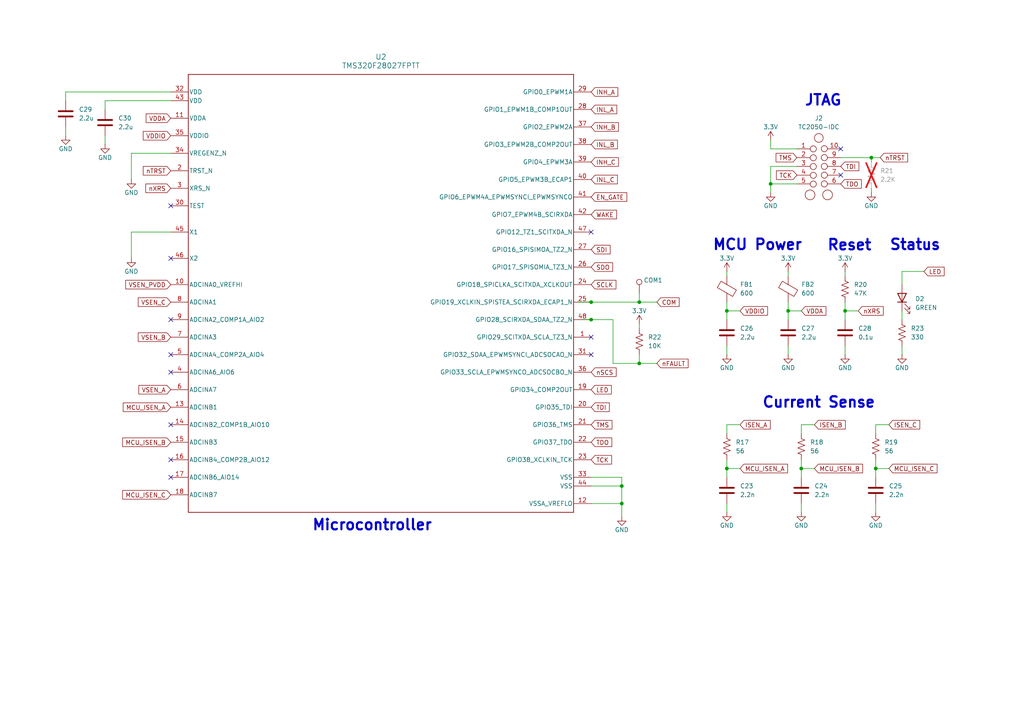
<source format=kicad_sch>
(kicad_sch (version 20231120) (generator "eeschema") (generator_version "8.0")
  (paper "A4")
  (title_block (title "Easy ESC") (date "2024-08-06") (rev "1.0") (company "Buckley Boards "))
  (lib_symbols
    (symbol "Connector:TestPoint" (pin_numbers hide) (pin_names (offset 0.762) hide)
      (property "Reference" "TP" (at 0 6.858 0))
      (property "Value" "TestPoint" (at 0 5.08 0))
      (symbol "TestPoint_0_1"
        (circle (center 0 3.302) (radius 0.762))
      )
      (symbol "TestPoint_1_1"
        (pin passive line (at 0 0 90) (length 2.54) (name "1") (number "1"))
      )
    )
    (symbol "Device:C" (pin_numbers hide) (pin_names (offset 0.254))
      (property "Reference" "C" (at 0.635 2.54 0))
      (property "Value" "C" (at 0.635 -2.54 0))
      (symbol "C_0_1"
        (polyline (pts (xy -2.032 -0.762) (xy 2.032 -0.762)) (stroke (width 0.508)))
        (polyline (pts (xy -2.032 0.762) (xy 2.032 0.762)) (stroke (width 0.508)))
      )
      (symbol "C_1_1"
        (pin passive line (at 0 3.81 270) (length 2.794) (name "~") (number "1"))
        (pin passive line (at 0 -3.81 90) (length 2.794) (name "~") (number "2"))
      )
    )
    (symbol "Device:FerriteBead" (pin_numbers hide) (pin_names (offset 0))
      (property "Reference" "FB" (at -3.81 0.635 90))
      (property "Value" "FerriteBead" (at 3.81 0 90))
      (symbol "FerriteBead_0_1"
        (polyline (pts (xy 0 -1.27) (xy 0 -1.2192)))
        (polyline (pts (xy 0 1.27) (xy 0 1.2954)))
        (polyline (pts (xy -2.7686 0.4064) (xy -1.7018 2.2606) (xy 2.7686 -0.3048) (xy 1.6764 -2.159) (xy -2.7686 0.4064)))
      )
      (symbol "FerriteBead_1_1"
        (pin passive line (at 0 3.81 270) (length 2.54) (name "~") (number "1"))
        (pin passive line (at 0 -3.81 90) (length 2.54) (name "~") (number "2"))
      )
    )
    (symbol "Device:LED" (pin_numbers hide) (pin_names (offset 1.016) hide)
      (property "Reference" "D" (at 0 2.54 0))
      (property "Value" "LED" (at 0 -2.54 0))
      (symbol "LED_0_1"
        (polyline (pts (xy -1.27 -1.27) (xy -1.27 1.27)) (stroke (width 0.254)))
        (polyline (pts (xy -1.27 0) (xy 1.27 0)))
        (polyline (pts (xy 1.27 -1.27) (xy 1.27 1.27) (xy -1.27 0) (xy 1.27 -1.27)) (stroke (width 0.254)))
        (polyline (pts (xy -3.048 -0.762) (xy -4.572 -2.286) (xy -3.81 -2.286) (xy -4.572 -2.286) (xy -4.572 -1.524)))
        (polyline (pts (xy -1.778 -0.762) (xy -3.302 -2.286) (xy -2.54 -2.286) (xy -3.302 -2.286) (xy -3.302 -1.524)))
      )
      (symbol "LED_1_1"
        (pin passive line (at -3.81 0 0) (length 2.54) (name "K") (number "1"))
        (pin passive line (at 3.81 0 180) (length 2.54) (name "A") (number "2"))
      )
    )
    (symbol "Device:R_US" (pin_numbers hide) (pin_names (offset 0))
      (property "Reference" "R" (at 2.54 0 90))
      (property "Value" "R_US" (at -2.54 0 90))
      (symbol "R_US_0_1"
        (polyline (pts (xy 0 -2.286) (xy 0 -2.54)))
        (polyline (pts (xy 0 2.286) (xy 0 2.54)))
        (polyline (pts (xy 0 -0.762) (xy 1.016 -1.143) (xy 0 -1.524) (xy -1.016 -1.905) (xy 0 -2.286)))
        (polyline (pts (xy 0 0.762) (xy 1.016 0.381) (xy 0 0) (xy -1.016 -0.381) (xy 0 -0.762)))
        (polyline (pts (xy 0 2.286) (xy 1.016 1.905) (xy 0 1.524) (xy -1.016 1.143) (xy 0 0.762)))
      )
      (symbol "R_US_1_1"
        (pin passive line (at 0 3.81 270) (length 1.27) (name "~") (number "1"))
        (pin passive line (at 0 -3.81 90) (length 1.27) (name "~") (number "2"))
      )
    )
    (symbol "EasyBLDC:TC2050-IDC" (pin_names (offset 1.016) hide)
      (property "Reference" "J" (at 0 -11.43 0))
      (property "Value" "TC2050-IDC" (at 0.635 -13.97 0))
      (symbol "TC2050-IDC_0_1"
        (circle (center -2.54 -8.255) (radius 1.4224))
        (circle (center -1.6002 5.08) (radius 0.889))
        (circle (center 0 8.255) (radius 1.27))
      )
      (symbol "TC2050-IDC_1_1"
        (circle (center -1.6002 -5.1308) (radius 0.889))
        (circle (center -1.6002 -2.5908) (radius 0.889))
        (circle (center -1.6002 -0.0508) (radius 0.889))
        (circle (center -1.6002 2.4892) (radius 0.889))
        (circle (center 1.6002 -5.08) (radius 0.889))
        (circle (center 1.6002 -2.54) (radius 0.889))
        (circle (center 1.6002 0) (radius 0.889))
        (circle (center 1.6002 2.54) (radius 0.889))
        (circle (center 1.6002 5.1308) (radius 0.889))
        (circle (center 2.54 -8.255) (radius 1.4224))
        (pin passive line (at -6.35 5.08 0) (length 3.81) (name "Pin_1") (number "1"))
        (pin passive line (at 6.35 5.08 180) (length 3.81) (name "Pin_10") (number "10"))
        (pin passive line (at -6.35 2.54 0) (length 3.81) (name "Pin_2") (number "2"))
        (pin passive line (at -6.35 0 0) (length 3.81) (name "Pin_3") (number "3"))
        (pin passive line (at -6.35 -2.54 0) (length 3.81) (name "Pin_4") (number "4"))
        (pin passive line (at -6.35 -5.08 0) (length 3.81) (name "Pin_5") (number "5"))
        (pin passive line (at 6.35 -5.08 180) (length 3.81) (name "Pin_6") (number "6"))
        (pin passive line (at 6.35 -2.54 180) (length 3.81) (name "Pin_7") (number "7"))
        (pin passive line (at 6.35 0 180) (length 3.81) (name "Pin_8") (number "8"))
        (pin passive line (at 6.35 2.54 180) (length 3.81) (name "Pin_9") (number "9"))
      )
    )
    (symbol "EasyBLDC:TMS320F28027FPTT" (pin_names (offset 0.254))
      (property "Reference" "U" (at 0 2.54 0))
      (property "Value" "TMS320F28027FPTT" (at 0 0 0))
      (symbol "TMS320F28027FPTT_0_1"
        (polyline (pts (xy -55.88 -63.5) (xy 55.88 -63.5)) (stroke (width 0.2032)))
        (polyline (pts (xy -55.88 63.5) (xy -55.88 -63.5)) (stroke (width 0.2032)))
        (polyline (pts (xy 55.88 -63.5) (xy 55.88 63.5)) (stroke (width 0.2032)))
        (polyline (pts (xy 55.88 63.5) (xy -55.88 63.5)) (stroke (width 0.2032)))
        (pin bidirectional line (at 60.96 -12.7 180) (length 5.08) (name "GPIO29_SCITXDA_SCLA_TZ3_N") (number "1"))
        (pin bidirectional line (at -60.96 2.54 0) (length 5.08) (name "ADCINA0_VREFHI") (number "10"))
        (pin power_in line (at -60.96 50.8 0) (length 5.08) (name "VDDA") (number "11"))
        (pin power_in line (at 60.96 -60.96 180) (length 5.08) (name "VSSA_VREFLO") (number "12"))
        (pin bidirectional line (at -60.96 -33.02 0) (length 5.08) (name "ADCINB1") (number "13"))
        (pin bidirectional line (at -60.96 -38.1 0) (length 5.08) (name "ADCINB2_COMP1B_AIO10") (number "14"))
        (pin bidirectional line (at -60.96 -43.18 0) (length 5.08) (name "ADCINB3") (number "15"))
        (pin bidirectional line (at -60.96 -48.26 0) (length 5.08) (name "ADCINB4_COMP2B_AIO12") (number "16"))
        (pin bidirectional line (at -60.96 -53.34 0) (length 5.08) (name "ADCINB6_AIO14") (number "17"))
        (pin bidirectional line (at -60.96 -58.42 0) (length 5.08) (name "ADCINB7") (number "18"))
        (pin bidirectional line (at 60.96 -27.94 180) (length 5.08) (name "GPIO34_COMP2OUT") (number "19"))
        (pin input line (at -60.96 35.56 0) (length 5.08) (name "TRST_N") (number "2"))
        (pin bidirectional line (at 60.96 -33.02 180) (length 5.08) (name "GPIO35_TDI") (number "20"))
        (pin bidirectional line (at 60.96 -38.1 180) (length 5.08) (name "GPIO36_TMS") (number "21"))
        (pin bidirectional line (at 60.96 -43.18 180) (length 5.08) (name "GPIO37_TDO") (number "22"))
        (pin bidirectional line (at 60.96 -48.26 180) (length 5.08) (name "GPIO38_XCLKIN_TCK") (number "23"))
        (pin bidirectional line (at 60.96 2.54 180) (length 5.08) (name "GPIO18_SPICLKA_SCITXDA_XCLKOUT") (number "24"))
        (pin bidirectional line (at 60.96 -2.54 180) (length 5.08) (name "GPIO19_XCLKIN_SPISTEA_SCIRXDA_ECAP1_N") (number "25"))
        (pin bidirectional line (at 60.96 7.62 180) (length 5.08) (name "GPIO17_SPISOMIA_TZ3_N") (number "26"))
        (pin bidirectional line (at 60.96 12.7 180) (length 5.08) (name "GPIO16_SPISIMOA_TZ2_N") (number "27"))
        (pin bidirectional line (at 60.96 53.34 180) (length 5.08) (name "GPIO1_EPWM1B_COMP1OUT") (number "28"))
        (pin bidirectional line (at 60.96 58.42 180) (length 5.08) (name "GPIO0_EPWM1A") (number "29"))
        (pin bidirectional line (at -60.96 30.48 0) (length 5.08) (name "XRS_N") (number "3"))
        (pin input line (at -60.96 25.4 0) (length 5.08) (name "TEST") (number "30"))
        (pin bidirectional line (at 60.96 -17.78 180) (length 5.08) (name "GPIO32_SDAA_EPWMSYNCI_ADCSOCAO_N") (number "31"))
        (pin power_in line (at -60.96 58.42 0) (length 5.08) (name "VDD") (number "32"))
        (pin power_in line (at 60.96 -53.34 180) (length 5.08) (name "VSS") (number "33"))
        (pin input line (at -60.96 40.64 0) (length 5.08) (name "VREGENZ_N") (number "34"))
        (pin power_in line (at -60.96 45.72 0) (length 5.08) (name "VDDIO") (number "35"))
        (pin bidirectional line (at 60.96 -22.86 180) (length 5.08) (name "GPIO33_SCLA_EPWMSYNCO_ADCSOCBO_N") (number "36"))
        (pin bidirectional line (at 60.96 48.26 180) (length 5.08) (name "GPIO2_EPWM2A") (number "37"))
        (pin bidirectional line (at 60.96 43.18 180) (length 5.08) (name "GPIO3_EPWM2B_COMP2OUT") (number "38"))
        (pin bidirectional line (at 60.96 38.1 180) (length 5.08) (name "GPIO4_EPWM3A") (number "39"))
        (pin bidirectional line (at -60.96 -22.86 0) (length 5.08) (name "ADCINA6_AIO6") (number "4"))
        (pin bidirectional line (at 60.96 33.02 180) (length 5.08) (name "GPIO5_EPWM3B_ECAP1") (number "40"))
        (pin bidirectional line (at 60.96 27.94 180) (length 5.08) (name "GPIO6_EPWM4A_EPWMSYNCI_EPWMSYNCO") (number "41"))
        (pin bidirectional line (at 60.96 22.86 180) (length 5.08) (name "GPIO7_EPWM4B_SCIRXDA") (number "42"))
        (pin power_in line (at -60.96 55.88 0) (length 5.08) (name "VDD") (number "43"))
        (pin power_in line (at 60.96 -55.88 180) (length 5.08) (name "VSS") (number "44"))
        (pin unspecified line (at -60.96 17.78 0) (length 5.08) (name "X1") (number "45"))
        (pin unspecified line (at -60.96 10.16 0) (length 5.08) (name "X2") (number "46"))
        (pin bidirectional line (at 60.96 17.78 180) (length 5.08) (name "GPIO12_TZ1_SCITXDA_N") (number "47"))
        (pin bidirectional line (at 60.96 -7.62 180) (length 5.08) (name "GPIO28_SCIRXDA_SDAA_TZ2_N") (number "48"))
        (pin bidirectional line (at -60.96 -17.78 0) (length 5.08) (name "ADCINA4_COMP2A_AIO4") (number "5"))
        (pin bidirectional line (at -60.96 -27.94 0) (length 5.08) (name "ADCINA7") (number "6"))
        (pin bidirectional line (at -60.96 -12.7 0) (length 5.08) (name "ADCINA3") (number "7"))
        (pin bidirectional line (at -60.96 -2.54 0) (length 5.08) (name "ADCINA1") (number "8"))
        (pin bidirectional line (at -60.96 -7.62 0) (length 5.08) (name "ADCINA2_COMP1A_AIO2") (number "9"))
      )
    )
    (symbol "power:GND" (power) (pin_numbers hide) (pin_names (offset 0) hide)
      (property "Value" "GND" (at 0 -3.81 0))
      (symbol "GND_0_1"
        (polyline (pts (xy 0 0) (xy 0 -1.27) (xy 1.27 -1.27) (xy 0 -2.54) (xy -1.27 -1.27) (xy 0 -1.27)))
      )
      (symbol "GND_1_1"
        (pin power_in line (at 0 0 270) (length 0) (name "~") (number "1"))
      )
    )
    (symbol "power:VDC" (power) (pin_numbers hide) (pin_names (offset 0) hide)
      (property "Value" "VDC" (at 0 3.556 0))
      (symbol "VDC_0_1"
        (polyline (pts (xy -0.762 1.27) (xy 0 2.54)))
        (polyline (pts (xy 0 0) (xy 0 2.54)))
        (polyline (pts (xy 0 2.54) (xy 0.762 1.27)))
      )
      (symbol "VDC_1_1"
        (pin power_in line (at 0 0 90) (length 0) (name "~") (number "1"))
      )
    )
  )
  (junction (at 171.45 92.71))
  (junction (at 254 135.89))
  (junction (at 185.42 87.63))
  (junction (at 223.52 53.34))
  (junction (at 210.82 90.17))
  (junction (at 185.42 105.41))
  (junction (at 171.45 87.63))
  (junction (at 252.73 45.72))
  (junction (at 245.11 90.17))
  (junction (at 228.6 90.17))
  (junction (at 232.41 135.89))
  (junction (at 180.34 146.05))
  (junction (at 210.82 135.89))
  (junction (at 180.34 140.97))
  (no_connect (at 49.53 102.87))
  (no_connect (at 49.53 138.43))
  (no_connect (at 49.53 92.71))
  (no_connect (at 49.53 74.93))
  (no_connect (at 171.45 102.87))
  (no_connect (at 243.84 50.8))
  (no_connect (at 171.45 97.79))
  (no_connect (at 49.53 133.35))
  (no_connect (at 49.53 123.19))
  (no_connect (at 49.53 107.95))
  (no_connect (at 49.53 59.69))
  (no_connect (at 171.45 67.31))
  (no_connect (at 243.84 43.18))
  (wire (pts (xy 19.05 36.83) (xy 19.05 39.37)))
  (wire (pts (xy 223.52 53.34) (xy 231.14 53.34)))
  (wire (pts (xy 177.8 105.41) (xy 185.42 105.41)))
  (wire (pts (xy 245.11 90.17) (xy 245.11 92.71)))
  (wire (pts (xy 254 133.35) (xy 254 135.89)))
  (wire (pts (xy 210.82 90.17) (xy 214.63 90.17)))
  (wire (pts (xy 228.6 78.74) (xy 228.6 80.01)))
  (wire (pts (xy 210.82 100.33) (xy 210.82 102.87)))
  (wire (pts (xy 19.05 26.67) (xy 49.53 26.67)))
  (wire (pts (xy 185.42 93.98) (xy 185.42 95.25)))
  (wire (pts (xy 171.45 138.43) (xy 180.34 138.43)))
  (wire (pts (xy 231.14 43.18) (xy 223.52 43.18)))
  (wire (pts (xy 210.82 133.35) (xy 210.82 135.89)))
  (wire (pts (xy 180.34 140.97) (xy 180.34 146.05)))
  (wire (pts (xy 232.41 135.89) (xy 236.22 135.89)))
  (wire (pts (xy 231.14 48.26) (xy 223.52 48.26)))
  (wire (pts (xy 243.84 45.72) (xy 252.73 45.72)))
  (wire (pts (xy 38.1 44.45) (xy 38.1 52.07)))
  (wire (pts (xy 177.8 92.71) (xy 177.8 105.41)))
  (wire (pts (xy 245.11 78.74) (xy 245.11 80.01)))
  (wire (pts (xy 49.53 29.21) (xy 30.48 29.21)))
  (wire (pts (xy 254 123.19) (xy 257.81 123.19)))
  (wire (pts (xy 254 123.19) (xy 254 125.73)))
  (wire (pts (xy 254 146.05) (xy 254 148.59)))
  (wire (pts (xy 190.5 87.63) (xy 185.42 87.63)))
  (wire (pts (xy 252.73 54.61) (xy 252.73 55.88)))
  (wire (pts (xy 210.82 90.17) (xy 210.82 92.71)))
  (wire (pts (xy 38.1 44.45) (xy 49.53 44.45)))
  (wire (pts (xy 232.41 133.35) (xy 232.41 135.89)))
  (wire (pts (xy 171.45 87.63) (xy 185.42 87.63)))
  (wire (pts (xy 38.1 67.31) (xy 38.1 74.93)))
  (wire (pts (xy 210.82 135.89) (xy 214.63 135.89)))
  (wire (pts (xy 30.48 39.37) (xy 30.48 41.91)))
  (wire (pts (xy 228.6 90.17) (xy 228.6 92.71)))
  (wire (pts (xy 210.82 123.19) (xy 214.63 123.19)))
  (wire (pts (xy 167.64 87.63) (xy 171.45 87.63)))
  (wire (pts (xy 185.42 85.09) (xy 185.42 87.63)))
  (wire (pts (xy 261.62 82.55) (xy 261.62 78.74)))
  (wire (pts (xy 185.42 102.87) (xy 185.42 105.41)))
  (wire (pts (xy 228.6 87.63) (xy 228.6 90.17)))
  (wire (pts (xy 261.62 100.33) (xy 261.62 102.87)))
  (wire (pts (xy 245.11 100.33) (xy 245.11 102.87)))
  (wire (pts (xy 232.41 146.05) (xy 232.41 148.59)))
  (wire (pts (xy 232.41 123.19) (xy 236.22 123.19)))
  (wire (pts (xy 185.42 105.41) (xy 190.5 105.41)))
  (wire (pts (xy 252.73 45.72) (xy 252.73 46.99)))
  (wire (pts (xy 210.82 123.19) (xy 210.82 125.73)))
  (wire (pts (xy 19.05 29.21) (xy 19.05 26.67)))
  (wire (pts (xy 228.6 100.33) (xy 228.6 102.87)))
  (wire (pts (xy 30.48 29.21) (xy 30.48 31.75)))
  (wire (pts (xy 180.34 146.05) (xy 180.34 149.86)))
  (wire (pts (xy 252.73 45.72) (xy 255.27 45.72)))
  (wire (pts (xy 232.41 135.89) (xy 232.41 138.43)))
  (wire (pts (xy 245.11 87.63) (xy 245.11 90.17)))
  (wire (pts (xy 254 135.89) (xy 254 138.43)))
  (wire (pts (xy 210.82 78.74) (xy 210.82 80.01)))
  (wire (pts (xy 223.52 53.34) (xy 223.52 55.88)))
  (wire (pts (xy 245.11 90.17) (xy 248.92 90.17)))
  (wire (pts (xy 232.41 123.19) (xy 232.41 125.73)))
  (wire (pts (xy 223.52 48.26) (xy 223.52 53.34)))
  (wire (pts (xy 261.62 78.74) (xy 267.97 78.74)))
  (wire (pts (xy 171.45 140.97) (xy 180.34 140.97)))
  (wire (pts (xy 171.45 146.05) (xy 180.34 146.05)))
  (wire (pts (xy 228.6 90.17) (xy 232.41 90.17)))
  (wire (pts (xy 180.34 138.43) (xy 180.34 140.97)))
  (wire (pts (xy 210.82 87.63) (xy 210.82 90.17)))
  (wire (pts (xy 210.82 146.05) (xy 210.82 148.59)))
  (wire (pts (xy 254 135.89) (xy 257.81 135.89)))
  (wire (pts (xy 210.82 135.89) (xy 210.82 138.43)))
  (wire (pts (xy 171.45 92.71) (xy 177.8 92.71)))
  (wire (pts (xy 261.62 90.17) (xy 261.62 92.71)))
  (wire (pts (xy 223.52 43.18) (xy 223.52 40.64)))
  (wire (pts (xy 38.1 67.31) (xy 49.53 67.31)))
  (wire (pts (xy 168.91 92.71) (xy 171.45 92.71)))
  (text "MCU Power" (at 219.71 71.12 0) (effects (font (size 3.048 3.048) (bold yes))))
  (text "Current Sense" (at 237.49 116.84 0) (effects (font (size 3.048 3.048) (bold yes))))
  (text "Reset\n\n" (at 246.38 73.66 0) (effects (font (size 3.048 3.048) (bold yes))))
  (text "Status\n" (at 265.43 71.12 0) (effects (font (size 3.048 3.048) (bold yes))))
  (text "Microcontroller" (at 107.95 152.4 0) (effects (font (size 3.048 3.048) (bold yes))))
  (text "JTAG\n" (at 238.76 29.21 0) (effects (font (size 3.048 3.048) (bold yes))))
  (global_label "ISEN_C" (shape input) (at 257.81 123.19 0) (property "Intersheetrefs" "${INTERSHEET_REFS}" (effects (hide yes))))
  (global_label "nFAULT" (shape input) (at 190.5 105.41 0) (property "Intersheetrefs" "${INTERSHEET_REFS}" (effects (hide yes))))
  (global_label "TDO" (shape input) (at 171.45 128.27 0) (property "Intersheetrefs" "${INTERSHEET_REFS}" (effects (hide yes))))
  (global_label "MCU_ISEN_A" (shape input) (at 49.53 118.11 180) (property "Intersheetrefs" "${INTERSHEET_REFS}" (effects (hide yes))))
  (global_label "INH_B" (shape input) (at 171.45 36.83 0) (property "Intersheetrefs" "${INTERSHEET_REFS}" (effects (hide yes))))
  (global_label "nTRST" (shape input) (at 255.27 45.72 0) (property "Intersheetrefs" "${INTERSHEET_REFS}" (effects (hide yes))))
  (global_label "INH_A" (shape input) (at 171.45 26.67 0) (property "Intersheetrefs" "${INTERSHEET_REFS}" (effects (hide yes))))
  (global_label "VDDIO" (shape input) (at 49.53 39.37 180) (property "Intersheetrefs" "${INTERSHEET_REFS}" (effects (hide yes))))
  (global_label "MCU_ISEN_A" (shape input) (at 214.63 135.89 0) (property "Intersheetrefs" "${INTERSHEET_REFS}" (effects (hide yes))))
  (global_label "TCK" (shape input) (at 231.14 50.8 180) (property "Intersheetrefs" "${INTERSHEET_REFS}" (effects (hide yes))))
  (global_label "VSEN_PVDD" (shape input) (at 49.53 82.55 180) (property "Intersheetrefs" "${INTERSHEET_REFS}" (effects (hide yes))))
  (global_label "nXRS" (shape input) (at 248.92 90.17 0) (property "Intersheetrefs" "${INTERSHEET_REFS}" (effects (hide yes))))
  (global_label "INL_A" (shape input) (at 171.45 31.75 0) (property "Intersheetrefs" "${INTERSHEET_REFS}" (effects (hide yes))))
  (global_label "MCU_ISEN_C" (shape input) (at 257.81 135.89 0) (property "Intersheetrefs" "${INTERSHEET_REFS}" (effects (hide yes))))
  (global_label "MCU_ISEN_B" (shape input) (at 236.22 135.89 0) (property "Intersheetrefs" "${INTERSHEET_REFS}" (effects (hide yes))))
  (global_label "INH_C" (shape input) (at 171.45 46.99 0) (property "Intersheetrefs" "${INTERSHEET_REFS}" (effects (hide yes))))
  (global_label "INL_B" (shape input) (at 171.45 41.91 0) (property "Intersheetrefs" "${INTERSHEET_REFS}" (effects (hide yes))))
  (global_label "ISEN_B" (shape input) (at 236.22 123.19 0) (property "Intersheetrefs" "${INTERSHEET_REFS}" (effects (hide yes))))
  (global_label "VSEN_B" (shape input) (at 49.53 97.79 180) (property "Intersheetrefs" "${INTERSHEET_REFS}" (effects (hide yes))))
  (global_label "VSEN_A" (shape input) (at 49.53 113.03 180) (property "Intersheetrefs" "${INTERSHEET_REFS}" (effects (hide yes))))
  (global_label "LED" (shape input) (at 171.45 113.03 0) (property "Intersheetrefs" "${INTERSHEET_REFS}" (effects (hide yes))))
  (global_label "VSEN_C" (shape input) (at 49.53 87.63 180) (property "Intersheetrefs" "${INTERSHEET_REFS}" (effects (hide yes))))
  (global_label "LED" (shape input) (at 267.97 78.74 0) (property "Intersheetrefs" "${INTERSHEET_REFS}" (effects (hide yes))))
  (global_label "COM" (shape input) (at 190.5 87.63 0) (property "Intersheetrefs" "${INTERSHEET_REFS}" (effects (hide yes))))
  (global_label "MCU_ISEN_B" (shape input) (at 49.53 128.27 180) (property "Intersheetrefs" "${INTERSHEET_REFS}" (effects (hide yes))))
  (global_label "TDO" (shape input) (at 243.84 53.34 0) (property "Intersheetrefs" "${INTERSHEET_REFS}" (effects (hide yes))))
  (global_label "nTRST" (shape input) (at 49.53 49.53 180) (property "Intersheetrefs" "${INTERSHEET_REFS}" (effects (hide yes))))
  (global_label "TMS" (shape input) (at 171.45 123.19 0) (property "Intersheetrefs" "${INTERSHEET_REFS}" (effects (hide yes))))
  (global_label "TCK" (shape input) (at 171.45 133.35 0) (property "Intersheetrefs" "${INTERSHEET_REFS}" (effects (hide yes))))
  (global_label "WAKE" (shape input) (at 171.45 62.23 0) (property "Intersheetrefs" "${INTERSHEET_REFS}" (effects (hide yes))))
  (global_label "VDDA" (shape input) (at 232.41 90.17 0) (property "Intersheetrefs" "${INTERSHEET_REFS}" (effects (hide yes))))
  (global_label "TDI" (shape input) (at 243.84 48.26 0) (property "Intersheetrefs" "${INTERSHEET_REFS}" (effects (hide yes))))
  (global_label "nSCS" (shape input) (at 171.45 107.95 0) (property "Intersheetrefs" "${INTERSHEET_REFS}" (effects (hide yes))))
  (global_label "SCLK" (shape input) (at 171.45 82.55 0) (property "Intersheetrefs" "${INTERSHEET_REFS}" (effects (hide yes))))
  (global_label "INL_C" (shape input) (at 171.45 52.07 0) (property "Intersheetrefs" "${INTERSHEET_REFS}" (effects (hide yes))))
  (global_label "SDO" (shape input) (at 171.45 77.47 0) (property "Intersheetrefs" "${INTERSHEET_REFS}" (effects (hide yes))))
  (global_label "TMS" (shape input) (at 231.14 45.72 180) (property "Intersheetrefs" "${INTERSHEET_REFS}" (effects (hide yes))))
  (global_label "VDDIO" (shape input) (at 214.63 90.17 0) (property "Intersheetrefs" "${INTERSHEET_REFS}" (effects (hide yes))))
  (global_label "VDDA" (shape input) (at 49.53 34.29 180) (property "Intersheetrefs" "${INTERSHEET_REFS}" (effects (hide yes))))
  (global_label "nXRS" (shape input) (at 49.53 54.61 180) (property "Intersheetrefs" "${INTERSHEET_REFS}" (effects (hide yes))))
  (global_label "EN_GATE" (shape input) (at 171.45 57.15 0) (property "Intersheetrefs" "${INTERSHEET_REFS}" (effects (hide yes))))
  (global_label "TDI" (shape input) (at 171.45 118.11 0) (property "Intersheetrefs" "${INTERSHEET_REFS}" (effects (hide yes))))
  (global_label "MCU_ISEN_C" (shape input) (at 49.53 143.51 180) (property "Intersheetrefs" "${INTERSHEET_REFS}" (effects (hide yes))))
  (global_label "SDI" (shape input) (at 171.45 72.39 0) (property "Intersheetrefs" "${INTERSHEET_REFS}" (effects (hide yes))))
  (global_label "ISEN_A" (shape input) (at 214.63 123.19 0) (property "Intersheetrefs" "${INTERSHEET_REFS}" (effects (hide yes))))
  (symbol (lib_id "power:GND") (at 19.05 39.37 0) (unit 1)
    (property "Reference" "#PWR025" (effects (hide yes)))
    (property "Value" "GND" (at 19.05 43.18 0))
    (property "Description" "Power symbol creates a global label with name \"GND\" , ground" (effects (hide yes)))
  )
  (symbol (lib_id "EasyBLDC:TMS320F28027FPTT") (at 110.49 85.09 0) (unit 1)
    (property "Reference" "U2" (at 110.49 16.51 0) (effects (font (size 1.524 1.524))))
    (property "Value" "TMS320F28027FPTT" (at 110.49 19.05 0) (effects (font (size 1.524 1.524))))
    (property "Footprint" "EasyBLDC:PT0048A_N" (effects (hide yes)))
    (property "Datasheet" "TMS320F28027FPTT" (effects (hide yes)))
  )
  (symbol (lib_id "Device:FerriteBead") (at 228.6 83.82 0) (unit 1)
    (property "Reference" "FB2" (at 232.41 82.4991 0) (effects (justify left)))
    (property "Value" "600" (at 232.41 85.0391 0) (effects (justify left)))
    (property "Footprint" "Inductor_SMD:L_0603_1608Metric" (effects (hide yes)))
    (property "Description" "Ferrite bead" (effects (hide yes)))
  )
  (symbol (lib_id "power:VDC") (at 223.52 40.64 0) (unit 1)
    (property "Reference" "#PWR031" (effects (hide yes)))
    (property "Value" "3.3V" (at 223.52 36.83 0))
    (property "Description" "Power symbol creates a global label with name \"VDC\"" (effects (hide yes)))
  )
  (symbol (lib_id "Device:FerriteBead") (at 210.82 83.82 0) (unit 1)
    (property "Reference" "FB1" (at 214.63 82.4991 0) (effects (justify left)))
    (property "Value" "600" (at 214.63 85.0391 0) (effects (justify left)))
    (property "Footprint" "Inductor_SMD:L_0603_1608Metric" (effects (hide yes)))
    (property "Description" "Ferrite bead" (effects (hide yes)))
  )
  (symbol (lib_id "Device:R_US") (at 254 129.54 0) (unit 1)
    (property "Reference" "R19" (at 256.54 128.2699 0) (effects (justify left)))
    (property "Value" "56" (at 256.54 130.8099 0) (effects (justify left)))
    (property "Footprint" "Resistor_SMD:R_0402_1005Metric" (effects (hide yes)))
    (property "Description" "Resistor, US symbol" (effects (hide yes)))
  )
  (symbol (lib_id "Device:C") (at 210.82 96.52 0) (unit 1)
    (property "Reference" "C26" (at 214.63 95.2499 0) (effects (justify left)))
    (property "Value" "2.2u" (at 214.63 97.7899 0) (effects (justify left)))
    (property "Footprint" "Capacitor_SMD:C_0603_1608Metric" (effects (hide yes)))
    (property "Description" "Unpolarized capacitor" (effects (hide yes)))
  )
  (symbol (lib_id "power:GND") (at 38.1 52.07 0) (unit 1)
    (property "Reference" "#PWR027" (effects (hide yes)))
    (property "Value" "GND" (at 38.1 55.88 0))
    (property "Description" "Power symbol creates a global label with name \"GND\" , ground" (effects (hide yes)))
  )
  (symbol (lib_id "power:GND") (at 180.34 149.86 0) (unit 1)
    (property "Reference" "#PWR029" (effects (hide yes)))
    (property "Value" "GND" (at 180.34 153.67 0))
    (property "Description" "Power symbol creates a global label with name \"GND\" , ground" (effects (hide yes)))
  )
  (symbol (lib_id "Device:R_US") (at 185.42 99.06 0) (unit 1)
    (property "Reference" "R22" (at 187.96 97.7899 0) (effects (justify left)))
    (property "Value" "10K" (at 187.96 100.3299 0) (effects (justify left)))
    (property "Footprint" "Resistor_SMD:R_0603_1608Metric" (effects (hide yes)))
    (property "Description" "Resistor, US symbol" (effects (hide yes)))
  )
  (symbol (lib_id "power:VDC") (at 228.6 78.74 0) (unit 1)
    (property "Reference" "#PWR036" (effects (hide yes)))
    (property "Value" "3.3V" (at 228.6 74.93 0))
    (property "Description" "Power symbol creates a global label with name \"VDC\"" (effects (hide yes)))
  )
  (symbol (lib_id "power:GND") (at 30.48 41.91 0) (unit 1)
    (property "Reference" "#PWR026" (effects (hide yes)))
    (property "Value" "GND" (at 30.48 45.72 0))
    (property "Description" "Power symbol creates a global label with name \"GND\" , ground" (effects (hide yes)))
  )
  (symbol (lib_id "Device:R_US") (at 261.62 96.52 0) (unit 1)
    (property "Reference" "R23" (at 264.16 95.2499 0) (effects (justify left)))
    (property "Value" "330" (at 264.16 97.7899 0) (effects (justify left)))
    (property "Footprint" "Resistor_SMD:R_0603_1608Metric" (effects (hide yes)))
    (property "Description" "Resistor, US symbol" (effects (hide yes)))
  )
  (symbol (lib_id "Connector:TestPoint") (at 185.42 85.09 0) (unit 1)
    (property "Reference" "COM1" (at 186.69 81.28 0) (effects (justify left)))
    (property "Value" "TestPoint" (effects (hide yes)))
    (property "Footprint" "TestPoint:TestPoint_Pad_D3.0mm" (effects (hide yes)))
    (property "Description" "test point" (effects (hide yes)))
  )
  (symbol (lib_id "power:GND") (at 232.41 148.59 0) (unit 1)
    (property "Reference" "#PWR041" (effects (hide yes)))
    (property "Value" "GND" (at 232.41 152.4 0))
    (property "Description" "Power symbol creates a global label with name \"GND\" , ground" (effects (hide yes)))
  )
  (symbol (lib_id "power:GND") (at 254 148.59 0) (unit 1)
    (property "Reference" "#PWR043" (effects (hide yes)))
    (property "Value" "GND" (at 254 152.4 0))
    (property "Description" "Power symbol creates a global label with name \"GND\" , ground" (effects (hide yes)))
  )
  (symbol (lib_id "Device:C") (at 210.82 142.24 0) (unit 1)
    (property "Reference" "C23" (at 214.63 140.9699 0) (effects (justify left)))
    (property "Value" "2.2n" (at 214.63 143.5099 0) (effects (justify left)))
    (property "Footprint" "Capacitor_SMD:C_0402_1005Metric" (effects (hide yes)))
    (property "Description" "Unpolarized capacitor" (effects (hide yes)))
  )
  (symbol (lib_id "Device:R_US") (at 232.41 129.54 0) (unit 1)
    (property "Reference" "R18" (at 234.95 128.2699 0) (effects (justify left)))
    (property "Value" "56" (at 234.95 130.8099 0) (effects (justify left)))
    (property "Footprint" "Resistor_SMD:R_0402_1005Metric" (effects (hide yes)))
    (property "Description" "Resistor, US symbol" (effects (hide yes)))
  )
  (symbol (lib_id "power:VDC") (at 245.11 78.74 0) (unit 1)
    (property "Reference" "#PWR038" (effects (hide yes)))
    (property "Value" "3.3V" (at 245.11 74.93 0))
    (property "Description" "Power symbol creates a global label with name \"VDC\"" (effects (hide yes)))
  )
  (symbol (lib_id "power:GND") (at 210.82 148.59 0) (unit 1)
    (property "Reference" "#PWR042" (effects (hide yes)))
    (property "Value" "GND" (at 210.82 152.4 0))
    (property "Description" "Power symbol creates a global label with name \"GND\" , ground" (effects (hide yes)))
  )
  (symbol (lib_id "power:GND") (at 245.11 102.87 0) (unit 1)
    (property "Reference" "#PWR039" (effects (hide yes)))
    (property "Value" "GND" (at 245.11 106.68 0))
    (property "Description" "Power symbol creates a global label with name \"GND\" , ground" (effects (hide yes)))
  )
  (symbol (lib_id "power:GND") (at 252.73 55.88 0) (unit 1)
    (property "Reference" "#PWR033" (effects (hide yes)))
    (property "Value" "GND" (at 252.73 59.69 0))
    (property "Description" "Power symbol creates a global label with name \"GND\" , ground" (effects (hide yes)))
  )
  (symbol (lib_id "Device:C") (at 232.41 142.24 0) (unit 1)
    (property "Reference" "C24" (at 236.22 140.9699 0) (effects (justify left)))
    (property "Value" "2.2n" (at 236.22 143.5099 0) (effects (justify left)))
    (property "Footprint" "Capacitor_SMD:C_0402_1005Metric" (effects (hide yes)))
    (property "Description" "Unpolarized capacitor" (effects (hide yes)))
  )
  (symbol (lib_id "Device:C") (at 228.6 96.52 0) (unit 1)
    (property "Reference" "C27" (at 232.41 95.2499 0) (effects (justify left)))
    (property "Value" "2.2u" (at 232.41 97.7899 0) (effects (justify left)))
    (property "Footprint" "Capacitor_SMD:C_0603_1608Metric" (effects (hide yes)))
    (property "Description" "Unpolarized capacitor" (effects (hide yes)))
  )
  (symbol (lib_id "Device:C") (at 30.48 35.56 0) (unit 1)
    (property "Reference" "C30" (at 34.29 34.2899 0) (effects (justify left)))
    (property "Value" "2.2u" (at 34.29 36.8299 0) (effects (justify left)))
    (property "Footprint" "Capacitor_SMD:C_0603_1608Metric" (effects (hide yes)))
    (property "Description" "Unpolarized capacitor" (effects (hide yes)))
  )
  (symbol (lib_id "power:GND") (at 210.82 102.87 0) (unit 1)
    (property "Reference" "#PWR035" (effects (hide yes)))
    (property "Value" "GND" (at 210.82 106.68 0))
    (property "Description" "Power symbol creates a global label with name \"GND\" , ground" (effects (hide yes)))
  )
  (symbol (lib_id "Device:C") (at 245.11 96.52 0) (unit 1)
    (property "Reference" "C28" (at 248.92 95.2499 0) (effects (justify left)))
    (property "Value" "0.1u" (at 248.92 97.7899 0) (effects (justify left)))
    (property "Footprint" "Capacitor_SMD:C_0402_1005Metric" (effects (hide yes)))
    (property "Description" "Unpolarized capacitor" (effects (hide yes)))
  )
  (symbol (lib_id "Device:C") (at 19.05 33.02 0) (unit 1)
    (property "Reference" "C29" (at 22.86 31.7499 0) (effects (justify left)))
    (property "Value" "2.2u" (at 22.86 34.2899 0) (effects (justify left)))
    (property "Footprint" "Capacitor_SMD:C_0603_1608Metric" (effects (hide yes)))
    (property "Description" "Unpolarized capacitor" (effects (hide yes)))
  )
  (symbol (lib_id "power:GND") (at 261.62 102.87 0) (unit 1)
    (property "Reference" "#PWR040" (effects (hide yes)))
    (property "Value" "GND" (at 261.62 106.68 0))
    (property "Description" "Power symbol creates a global label with name \"GND\" , ground" (effects (hide yes)))
  )
  (symbol (lib_id "power:GND") (at 38.1 74.93 0) (unit 1)
    (property "Reference" "#PWR028" (effects (hide yes)))
    (property "Value" "GND" (at 38.1 78.74 0))
    (property "Description" "Power symbol creates a global label with name \"GND\" , ground" (effects (hide yes)))
  )
  (symbol (lib_id "power:VDC") (at 210.82 78.74 0) (unit 1)
    (property "Reference" "#PWR034" (effects (hide yes)))
    (property "Value" "3.3V" (at 210.82 74.93 0))
    (property "Description" "Power symbol creates a global label with name \"VDC\"" (effects (hide yes)))
  )
  (symbol (lib_id "Device:LED") (at 261.62 86.36 90) (unit 1)
    (property "Reference" "D2" (at 265.43 86.6774 90) (effects (justify right)))
    (property "Value" "GREEN" (at 265.43 89.2174 90) (effects (justify right)))
    (property "Footprint" "LED_SMD:LED_0805_2012Metric" (effects (hide yes)))
    (property "Description" "Light emitting diode" (effects (hide yes)))
  )
  (symbol (lib_id "Device:R_US") (at 210.82 129.54 0) (unit 1)
    (property "Reference" "R17" (at 213.36 128.2699 0) (effects (justify left)))
    (property "Value" "56" (at 213.36 130.8099 0) (effects (justify left)))
    (property "Footprint" "Resistor_SMD:R_0402_1005Metric" (effects (hide yes)))
    (property "Description" "Resistor, US symbol" (effects (hide yes)))
  )
  (symbol (lib_id "power:VDC") (at 185.42 93.98 0) (unit 1)
    (property "Reference" "#PWR030" (effects (hide yes)))
    (property "Value" "3.3V" (at 185.42 90.17 0))
    (property "Description" "Power symbol creates a global label with name \"VDC\"" (effects (hide yes)))
  )
  (symbol (lib_id "power:GND") (at 228.6 102.87 0) (unit 1)
    (property "Reference" "#PWR037" (effects (hide yes)))
    (property "Value" "GND" (at 228.6 106.68 0))
    (property "Description" "Power symbol creates a global label with name \"GND\" , ground" (effects (hide yes)))
  )
  (symbol (lib_id "Device:C") (at 254 142.24 0) (unit 1)
    (property "Reference" "C25" (at 257.81 140.9699 0) (effects (justify left)))
    (property "Value" "2.2n" (at 257.81 143.5099 0) (effects (justify left)))
    (property "Footprint" "Capacitor_SMD:C_0402_1005Metric" (effects (hide yes)))
    (property "Description" "Unpolarized capacitor" (effects (hide yes)))
  )
  (symbol (lib_id "power:GND") (at 223.52 55.88 0) (unit 1)
    (property "Reference" "#PWR032" (effects (hide yes)))
    (property "Value" "GND" (at 223.52 59.69 0))
    (property "Description" "Power symbol creates a global label with name \"GND\" , ground" (effects (hide yes)))
  )
  (symbol (lib_id "Device:R_US") (at 245.11 83.82 0) (unit 1)
    (property "Reference" "R20" (at 247.65 82.5499 0) (effects (justify left)))
    (property "Value" "47K" (at 247.65 85.0899 0) (effects (justify left)))
    (property "Footprint" "Resistor_SMD:R_0603_1608Metric" (effects (hide yes)))
    (property "Description" "Resistor, US symbol" (effects (hide yes)))
  )
  (symbol (lib_id "Device:R_US") (at 252.73 50.8 0) (unit 1) (dnp yes)
    (property "Reference" "R21" (at 255.27 49.53 0) (effects (justify left)))
    (property "Value" "2.2K" (at 255.27 52.07 0) (effects (justify left)))
    (property "Footprint" "Resistor_SMD:R_0603_1608Metric" (effects (hide yes)))
    (property "Description" "Resistor, US symbol" (effects (hide yes)))
  )
  (symbol (lib_id "EasyBLDC:TC2050-IDC") (at 237.49 48.26 0) (unit 1)
    (property "Reference" "J2" (at 237.49 34.29 0))
    (property "Value" "TC2050-IDC" (at 237.49 36.83 0))
    (property "Footprint" "EasyBLDC:Tag-Connect_TC2050-IDC-NL_2x05_P1.27mm_Vertical" (effects (hide yes)))
    (property "Datasheet" "https://www.tag-connect.com/wp-content/uploads/bsk-pdf-manager/TC2050-IDC-NL_Datasheet_8.pdf" (effects (hide yes)))
    (property "Description" "Header, Tagconnect, 2x5" (effects (hide yes)))
  )
)
</source>
